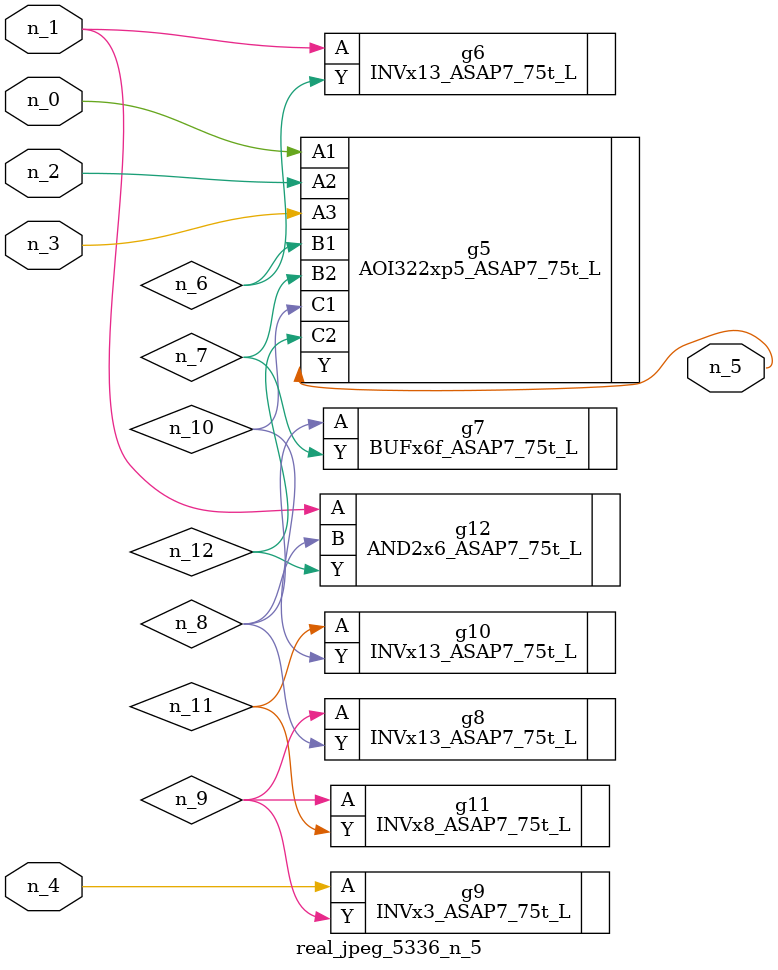
<source format=v>
module real_jpeg_5336_n_5 (n_4, n_0, n_1, n_2, n_3, n_5);

input n_4;
input n_0;
input n_1;
input n_2;
input n_3;

output n_5;

wire n_12;
wire n_8;
wire n_11;
wire n_6;
wire n_7;
wire n_10;
wire n_9;

AOI322xp5_ASAP7_75t_L g5 ( 
.A1(n_0),
.A2(n_2),
.A3(n_3),
.B1(n_6),
.B2(n_7),
.C1(n_10),
.C2(n_12),
.Y(n_5)
);

INVx13_ASAP7_75t_L g6 ( 
.A(n_1),
.Y(n_6)
);

AND2x6_ASAP7_75t_L g12 ( 
.A(n_1),
.B(n_8),
.Y(n_12)
);

INVx3_ASAP7_75t_L g9 ( 
.A(n_4),
.Y(n_9)
);

BUFx6f_ASAP7_75t_L g7 ( 
.A(n_8),
.Y(n_7)
);

INVx13_ASAP7_75t_L g8 ( 
.A(n_9),
.Y(n_8)
);

INVx8_ASAP7_75t_L g11 ( 
.A(n_9),
.Y(n_11)
);

INVx13_ASAP7_75t_L g10 ( 
.A(n_11),
.Y(n_10)
);


endmodule
</source>
